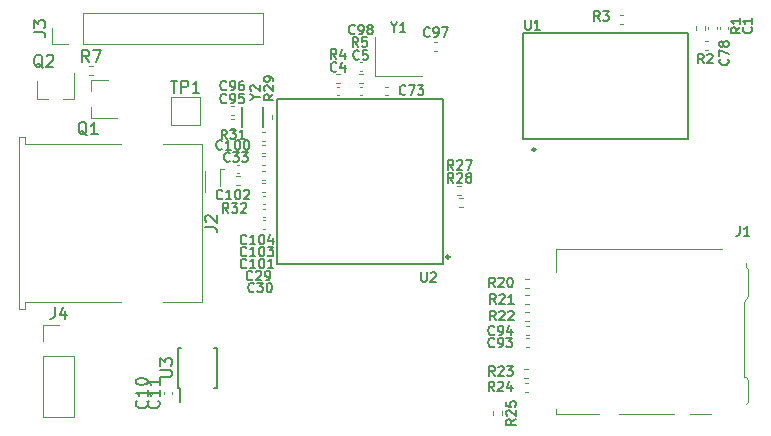
<source format=gbr>
%TF.GenerationSoftware,KiCad,Pcbnew,5.1.10-1.fc33*%
%TF.CreationDate,2021-08-29T12:40:12-07:00*%
%TF.ProjectId,hardware,68617264-7761-4726-952e-6b696361645f,rev?*%
%TF.SameCoordinates,Original*%
%TF.FileFunction,Legend,Top*%
%TF.FilePolarity,Positive*%
%FSLAX46Y46*%
G04 Gerber Fmt 4.6, Leading zero omitted, Abs format (unit mm)*
G04 Created by KiCad (PCBNEW 5.1.10-1.fc33) date 2021-08-29 12:40:12*
%MOMM*%
%LPD*%
G01*
G04 APERTURE LIST*
%ADD10C,0.120000*%
%ADD11C,0.150000*%
%ADD12C,0.250000*%
G04 APERTURE END LIST*
D10*
X102870000Y-107950000D02*
X102870000Y-109347000D01*
X103251000Y-107950000D02*
X102870000Y-107950000D01*
%TO.C,Q2*%
X87420000Y-101960000D02*
X87420000Y-100500000D01*
X90580000Y-101960000D02*
X90580000Y-99800000D01*
X90580000Y-101960000D02*
X89650000Y-101960000D01*
X87420000Y-101960000D02*
X88350000Y-101960000D01*
%TO.C,J2*%
X86420000Y-105840000D02*
X94530000Y-105840000D01*
X86420000Y-105840000D02*
X86420000Y-105190000D01*
X101380000Y-105840000D02*
X101380000Y-119160000D01*
X101380000Y-105840000D02*
X98050000Y-105840000D01*
X101380000Y-119160000D02*
X98050000Y-119160000D01*
X85900000Y-119810000D02*
X86420000Y-119810000D01*
X85900000Y-105190000D02*
X85900000Y-119810000D01*
X94530000Y-119160000D02*
X86420000Y-119160000D01*
X86420000Y-105190000D02*
X85900000Y-105190000D01*
X86420000Y-119810000D02*
X86420000Y-119160000D01*
X101600000Y-108100000D02*
X101600000Y-109900000D01*
%TO.C,Q1*%
X91990000Y-100420000D02*
X91990000Y-101350000D01*
X91990000Y-103580000D02*
X91990000Y-102650000D01*
X91990000Y-103580000D02*
X94150000Y-103580000D01*
X91990000Y-100420000D02*
X93450000Y-100420000D01*
%TO.C,J4*%
X87920000Y-128910000D02*
X90580000Y-128910000D01*
X87920000Y-123770000D02*
X87920000Y-128910000D01*
X90580000Y-123770000D02*
X90580000Y-128910000D01*
X87920000Y-123770000D02*
X90580000Y-123770000D01*
X87920000Y-122500000D02*
X87920000Y-121170000D01*
X87920000Y-121170000D02*
X89250000Y-121170000D01*
%TO.C,R25*%
X126780000Y-128446359D02*
X126780000Y-128753641D01*
X126020000Y-128446359D02*
X126020000Y-128753641D01*
%TO.C,R21*%
X128753259Y-118620000D02*
X129060541Y-118620000D01*
X128753259Y-119380000D02*
X129060541Y-119380000D01*
%TO.C,TP1*%
X98800000Y-104200000D02*
X98800000Y-101800000D01*
X101200000Y-104200000D02*
X98800000Y-104200000D01*
X101200000Y-101800000D02*
X101200000Y-104200000D01*
X98800000Y-101800000D02*
X101200000Y-101800000D01*
%TO.C,R7*%
X92153641Y-99220000D02*
X91846359Y-99220000D01*
X92153641Y-99980000D02*
X91846359Y-99980000D01*
%TO.C,J3*%
X106570000Y-97330000D02*
X106570000Y-94670000D01*
X91270000Y-97330000D02*
X106570000Y-97330000D01*
X91270000Y-94670000D02*
X106570000Y-94670000D01*
X91270000Y-97330000D02*
X91270000Y-94670000D01*
X90000000Y-97330000D02*
X88670000Y-97330000D01*
X88670000Y-97330000D02*
X88670000Y-96000000D01*
%TO.C,C11*%
X98860000Y-127007836D02*
X98860000Y-126792164D01*
X98140000Y-127007836D02*
X98140000Y-126792164D01*
%TO.C,C10*%
X97860000Y-127007836D02*
X97860000Y-126792164D01*
X97140000Y-127007836D02*
X97140000Y-126792164D01*
D11*
%TO.C,U3*%
X99550000Y-126425000D02*
X99550000Y-127650000D01*
X102675000Y-126425000D02*
X102675000Y-123075000D01*
X99325000Y-126425000D02*
X99325000Y-123075000D01*
X102675000Y-126425000D02*
X102375000Y-126425000D01*
X102675000Y-123075000D02*
X102375000Y-123075000D01*
X99325000Y-123075000D02*
X99625000Y-123075000D01*
X99325000Y-126425000D02*
X99550000Y-126425000D01*
D10*
%TO.C,R27*%
X123137959Y-110364000D02*
X123445241Y-110364000D01*
X123137959Y-111124000D02*
X123445241Y-111124000D01*
D11*
%TO.C,U2*%
X121757200Y-101966000D02*
X121757200Y-115966000D01*
X121757200Y-115966000D02*
X107757200Y-115966000D01*
X107757200Y-115966000D02*
X107757200Y-101966000D01*
X107757200Y-101966000D02*
X121757200Y-101966000D01*
D12*
X122332200Y-115366000D02*
G75*
G03*
X122332200Y-115366000I-125000J0D01*
G01*
%TO.C,U1*%
X129603200Y-106263200D02*
G75*
G03*
X129603200Y-106263200I-125000J0D01*
G01*
D11*
X142553200Y-96363200D02*
X142553200Y-105363200D01*
X128553200Y-96363200D02*
X142553200Y-96363200D01*
X128553200Y-105363200D02*
X128553200Y-96363200D01*
X142553200Y-105363200D02*
X128553200Y-105363200D01*
D10*
%TO.C,R28*%
X122985559Y-109348000D02*
X123292841Y-109348000D01*
X122985559Y-110108000D02*
X123292841Y-110108000D01*
%TO.C,C104*%
X106711636Y-108123400D02*
X106495964Y-108123400D01*
X106711636Y-108843400D02*
X106495964Y-108843400D01*
%TO.C,C103*%
X106711636Y-109114000D02*
X106495964Y-109114000D01*
X106711636Y-109834000D02*
X106495964Y-109834000D01*
%TO.C,C102*%
X104550096Y-107567140D02*
X104334424Y-107567140D01*
X104550096Y-108287140D02*
X104334424Y-108287140D01*
%TO.C,C101*%
X106737036Y-110180800D02*
X106521364Y-110180800D01*
X106737036Y-110900800D02*
X106521364Y-110900800D01*
%TO.C,C100*%
X106470564Y-106577720D02*
X106686236Y-106577720D01*
X106470564Y-105857720D02*
X106686236Y-105857720D01*
%TO.C,C98*%
X114946316Y-98887960D02*
X114730644Y-98887960D01*
X114946316Y-99607960D02*
X114730644Y-99607960D01*
%TO.C,C97*%
X121057844Y-97890920D02*
X121273516Y-97890920D01*
X121057844Y-97170920D02*
X121273516Y-97170920D01*
%TO.C,C96*%
X103869604Y-103321440D02*
X104085276Y-103321440D01*
X103869604Y-102601440D02*
X104085276Y-102601440D01*
%TO.C,C95*%
X103869604Y-104423800D02*
X104085276Y-104423800D01*
X103869604Y-103703800D02*
X104085276Y-103703800D01*
%TO.C,C94*%
X129045216Y-121236060D02*
X128829544Y-121236060D01*
X129045216Y-121956060D02*
X128829544Y-121956060D01*
%TO.C,C93*%
X129045216Y-122231740D02*
X128829544Y-122231740D01*
X129045216Y-122951740D02*
X128829544Y-122951740D01*
%TO.C,C78*%
X145240000Y-95892164D02*
X145240000Y-96107836D01*
X145960000Y-95892164D02*
X145960000Y-96107836D01*
%TO.C,C73*%
X117125636Y-100935200D02*
X116909964Y-100935200D01*
X117125636Y-101655200D02*
X116909964Y-101655200D01*
%TO.C,C33*%
X106686236Y-106853400D02*
X106470564Y-106853400D01*
X106686236Y-107573400D02*
X106470564Y-107573400D01*
%TO.C,C30*%
X106737036Y-112263600D02*
X106521364Y-112263600D01*
X106737036Y-112983600D02*
X106521364Y-112983600D01*
%TO.C,C29*%
X106737036Y-111273000D02*
X106521364Y-111273000D01*
X106737036Y-111993000D02*
X106521364Y-111993000D01*
%TO.C,C5*%
X114725564Y-101655200D02*
X114941236Y-101655200D01*
X114725564Y-100935200D02*
X114941236Y-100935200D01*
%TO.C,C4*%
X112782464Y-101655200D02*
X112998136Y-101655200D01*
X112782464Y-100935200D02*
X112998136Y-100935200D01*
%TO.C,C1*%
X144240000Y-95892164D02*
X144240000Y-96107836D01*
X144960000Y-95892164D02*
X144960000Y-96107836D01*
D11*
%TO.C,Y2*%
X106540840Y-104360160D02*
X106540840Y-102660160D01*
X104740840Y-104360160D02*
X104740840Y-102660160D01*
D10*
%TO.C,R32*%
X104265759Y-109295200D02*
X104573041Y-109295200D01*
X104265759Y-108535200D02*
X104573041Y-108535200D01*
%TO.C,R31*%
X106744741Y-104763300D02*
X106437459Y-104763300D01*
X106744741Y-105523300D02*
X106437459Y-105523300D01*
%TO.C,R29*%
X107308920Y-103658641D02*
X107308920Y-103351359D01*
X106548920Y-103658641D02*
X106548920Y-103351359D01*
%TO.C,Y1*%
X116033800Y-96749600D02*
X116033800Y-100049600D01*
X116033800Y-100049600D02*
X120033800Y-100049600D01*
%TO.C,R24*%
X128702459Y-126020000D02*
X129009741Y-126020000D01*
X128702459Y-126780000D02*
X129009741Y-126780000D01*
%TO.C,R23*%
X128689759Y-124820000D02*
X128997041Y-124820000D01*
X128689759Y-125580000D02*
X128997041Y-125580000D01*
%TO.C,R22*%
X128765959Y-120020000D02*
X129073241Y-120020000D01*
X128765959Y-120780000D02*
X129073241Y-120780000D01*
%TO.C,R20*%
X128753259Y-117220000D02*
X129060541Y-117220000D01*
X128753259Y-117980000D02*
X129060541Y-117980000D01*
%TO.C,J1*%
X147635000Y-118685600D02*
X147285000Y-119195600D01*
X147435000Y-116175600D02*
X147435000Y-115915600D01*
X147635000Y-116375600D02*
X147435000Y-116175600D01*
X147635000Y-125775600D02*
X147435000Y-125565600D01*
X147285000Y-125565600D02*
X147435000Y-125565600D01*
X147285000Y-125565600D02*
X147285000Y-119195600D01*
X142675000Y-128665600D02*
X144475000Y-128665600D01*
X136675000Y-128665600D02*
X141375000Y-128665600D01*
X147635000Y-127635600D02*
X147435000Y-127835600D01*
X147635000Y-127635600D02*
X147635000Y-125775600D01*
X147635000Y-116375600D02*
X147635000Y-118685600D01*
X131365000Y-128665600D02*
X134975000Y-128665600D01*
X131365000Y-128215600D02*
X131365000Y-128665600D01*
X131365000Y-114695600D02*
X145375000Y-114695600D01*
X131365000Y-116615600D02*
X131365000Y-114695600D01*
%TO.C,R5*%
X114679759Y-99899200D02*
X114987041Y-99899200D01*
X114679759Y-100659200D02*
X114987041Y-100659200D01*
%TO.C,R4*%
X112739839Y-99897840D02*
X113047121Y-99897840D01*
X112739839Y-100657840D02*
X113047121Y-100657840D01*
%TO.C,R3*%
X136746359Y-94920000D02*
X137053641Y-94920000D01*
X136746359Y-95680000D02*
X137053641Y-95680000D01*
%TO.C,R2*%
X143946359Y-97880000D02*
X144253641Y-97880000D01*
X143946359Y-97120000D02*
X144253641Y-97120000D01*
%TO.C,R1*%
X143220000Y-95846359D02*
X143220000Y-96153641D01*
X143980000Y-95846359D02*
X143980000Y-96153641D01*
%TO.C,Q2*%
D11*
X87904761Y-99347619D02*
X87809523Y-99300000D01*
X87714285Y-99204761D01*
X87571428Y-99061904D01*
X87476190Y-99014285D01*
X87380952Y-99014285D01*
X87428571Y-99252380D02*
X87333333Y-99204761D01*
X87238095Y-99109523D01*
X87190476Y-98919047D01*
X87190476Y-98585714D01*
X87238095Y-98395238D01*
X87333333Y-98300000D01*
X87428571Y-98252380D01*
X87619047Y-98252380D01*
X87714285Y-98300000D01*
X87809523Y-98395238D01*
X87857142Y-98585714D01*
X87857142Y-98919047D01*
X87809523Y-99109523D01*
X87714285Y-99204761D01*
X87619047Y-99252380D01*
X87428571Y-99252380D01*
X88238095Y-98347619D02*
X88285714Y-98300000D01*
X88380952Y-98252380D01*
X88619047Y-98252380D01*
X88714285Y-98300000D01*
X88761904Y-98347619D01*
X88809523Y-98442857D01*
X88809523Y-98538095D01*
X88761904Y-98680952D01*
X88190476Y-99252380D01*
X88809523Y-99252380D01*
%TO.C,J2*%
X101642380Y-112833333D02*
X102356666Y-112833333D01*
X102499523Y-112880952D01*
X102594761Y-112976190D01*
X102642380Y-113119047D01*
X102642380Y-113214285D01*
X101737619Y-112404761D02*
X101690000Y-112357142D01*
X101642380Y-112261904D01*
X101642380Y-112023809D01*
X101690000Y-111928571D01*
X101737619Y-111880952D01*
X101832857Y-111833333D01*
X101928095Y-111833333D01*
X102070952Y-111880952D01*
X102642380Y-112452380D01*
X102642380Y-111833333D01*
%TO.C,Q1*%
X91654761Y-105047619D02*
X91559523Y-105000000D01*
X91464285Y-104904761D01*
X91321428Y-104761904D01*
X91226190Y-104714285D01*
X91130952Y-104714285D01*
X91178571Y-104952380D02*
X91083333Y-104904761D01*
X90988095Y-104809523D01*
X90940476Y-104619047D01*
X90940476Y-104285714D01*
X90988095Y-104095238D01*
X91083333Y-104000000D01*
X91178571Y-103952380D01*
X91369047Y-103952380D01*
X91464285Y-104000000D01*
X91559523Y-104095238D01*
X91607142Y-104285714D01*
X91607142Y-104619047D01*
X91559523Y-104809523D01*
X91464285Y-104904761D01*
X91369047Y-104952380D01*
X91178571Y-104952380D01*
X92559523Y-104952380D02*
X91988095Y-104952380D01*
X92273809Y-104952380D02*
X92273809Y-103952380D01*
X92178571Y-104095238D01*
X92083333Y-104190476D01*
X91988095Y-104238095D01*
%TO.C,J4*%
X88916666Y-119622380D02*
X88916666Y-120336666D01*
X88869047Y-120479523D01*
X88773809Y-120574761D01*
X88630952Y-120622380D01*
X88535714Y-120622380D01*
X89821428Y-119955714D02*
X89821428Y-120622380D01*
X89583333Y-119574761D02*
X89345238Y-120289047D01*
X89964285Y-120289047D01*
%TO.C,R25*%
X127961904Y-129114285D02*
X127580952Y-129380952D01*
X127961904Y-129571428D02*
X127161904Y-129571428D01*
X127161904Y-129266666D01*
X127200000Y-129190476D01*
X127238095Y-129152380D01*
X127314285Y-129114285D01*
X127428571Y-129114285D01*
X127504761Y-129152380D01*
X127542857Y-129190476D01*
X127580952Y-129266666D01*
X127580952Y-129571428D01*
X127238095Y-128809523D02*
X127200000Y-128771428D01*
X127161904Y-128695238D01*
X127161904Y-128504761D01*
X127200000Y-128428571D01*
X127238095Y-128390476D01*
X127314285Y-128352380D01*
X127390476Y-128352380D01*
X127504761Y-128390476D01*
X127961904Y-128847619D01*
X127961904Y-128352380D01*
X127161904Y-127628571D02*
X127161904Y-128009523D01*
X127542857Y-128047619D01*
X127504761Y-128009523D01*
X127466666Y-127933333D01*
X127466666Y-127742857D01*
X127504761Y-127666666D01*
X127542857Y-127628571D01*
X127619047Y-127590476D01*
X127809523Y-127590476D01*
X127885714Y-127628571D01*
X127923809Y-127666666D01*
X127961904Y-127742857D01*
X127961904Y-127933333D01*
X127923809Y-128009523D01*
X127885714Y-128047619D01*
%TO.C,R21*%
X126260834Y-119328884D02*
X125994167Y-118947932D01*
X125803691Y-119328884D02*
X125803691Y-118528884D01*
X126108453Y-118528884D01*
X126184643Y-118566980D01*
X126222739Y-118605075D01*
X126260834Y-118681265D01*
X126260834Y-118795551D01*
X126222739Y-118871741D01*
X126184643Y-118909837D01*
X126108453Y-118947932D01*
X125803691Y-118947932D01*
X126565596Y-118605075D02*
X126603691Y-118566980D01*
X126679881Y-118528884D01*
X126870358Y-118528884D01*
X126946548Y-118566980D01*
X126984643Y-118605075D01*
X127022739Y-118681265D01*
X127022739Y-118757456D01*
X126984643Y-118871741D01*
X126527500Y-119328884D01*
X127022739Y-119328884D01*
X127784643Y-119328884D02*
X127327500Y-119328884D01*
X127556072Y-119328884D02*
X127556072Y-118528884D01*
X127479881Y-118643170D01*
X127403691Y-118719360D01*
X127327500Y-118757456D01*
%TO.C,TP1*%
X98738095Y-100454380D02*
X99309523Y-100454380D01*
X99023809Y-101454380D02*
X99023809Y-100454380D01*
X99642857Y-101454380D02*
X99642857Y-100454380D01*
X100023809Y-100454380D01*
X100119047Y-100502000D01*
X100166666Y-100549619D01*
X100214285Y-100644857D01*
X100214285Y-100787714D01*
X100166666Y-100882952D01*
X100119047Y-100930571D01*
X100023809Y-100978190D01*
X99642857Y-100978190D01*
X101166666Y-101454380D02*
X100595238Y-101454380D01*
X100880952Y-101454380D02*
X100880952Y-100454380D01*
X100785714Y-100597238D01*
X100690476Y-100692476D01*
X100595238Y-100740095D01*
%TO.C,R7*%
X91833333Y-98852380D02*
X91500000Y-98376190D01*
X91261904Y-98852380D02*
X91261904Y-97852380D01*
X91642857Y-97852380D01*
X91738095Y-97900000D01*
X91785714Y-97947619D01*
X91833333Y-98042857D01*
X91833333Y-98185714D01*
X91785714Y-98280952D01*
X91738095Y-98328571D01*
X91642857Y-98376190D01*
X91261904Y-98376190D01*
X92166666Y-97852380D02*
X92833333Y-97852380D01*
X92404761Y-98852380D01*
%TO.C,J3*%
X87122380Y-96333333D02*
X87836666Y-96333333D01*
X87979523Y-96380952D01*
X88074761Y-96476190D01*
X88122380Y-96619047D01*
X88122380Y-96714285D01*
X87122380Y-95952380D02*
X87122380Y-95333333D01*
X87503333Y-95666666D01*
X87503333Y-95523809D01*
X87550952Y-95428571D01*
X87598571Y-95380952D01*
X87693809Y-95333333D01*
X87931904Y-95333333D01*
X88027142Y-95380952D01*
X88074761Y-95428571D01*
X88122380Y-95523809D01*
X88122380Y-95809523D01*
X88074761Y-95904761D01*
X88027142Y-95952380D01*
%TO.C,C11*%
X97697142Y-127542857D02*
X97744761Y-127590476D01*
X97792380Y-127733333D01*
X97792380Y-127828571D01*
X97744761Y-127971428D01*
X97649523Y-128066666D01*
X97554285Y-128114285D01*
X97363809Y-128161904D01*
X97220952Y-128161904D01*
X97030476Y-128114285D01*
X96935238Y-128066666D01*
X96840000Y-127971428D01*
X96792380Y-127828571D01*
X96792380Y-127733333D01*
X96840000Y-127590476D01*
X96887619Y-127542857D01*
X97792380Y-126590476D02*
X97792380Y-127161904D01*
X97792380Y-126876190D02*
X96792380Y-126876190D01*
X96935238Y-126971428D01*
X97030476Y-127066666D01*
X97078095Y-127161904D01*
X97792380Y-125638095D02*
X97792380Y-126209523D01*
X97792380Y-125923809D02*
X96792380Y-125923809D01*
X96935238Y-126019047D01*
X97030476Y-126114285D01*
X97078095Y-126209523D01*
%TO.C,C10*%
X96697142Y-127542857D02*
X96744761Y-127590476D01*
X96792380Y-127733333D01*
X96792380Y-127828571D01*
X96744761Y-127971428D01*
X96649523Y-128066666D01*
X96554285Y-128114285D01*
X96363809Y-128161904D01*
X96220952Y-128161904D01*
X96030476Y-128114285D01*
X95935238Y-128066666D01*
X95840000Y-127971428D01*
X95792380Y-127828571D01*
X95792380Y-127733333D01*
X95840000Y-127590476D01*
X95887619Y-127542857D01*
X96792380Y-126590476D02*
X96792380Y-127161904D01*
X96792380Y-126876190D02*
X95792380Y-126876190D01*
X95935238Y-126971428D01*
X96030476Y-127066666D01*
X96078095Y-127161904D01*
X95792380Y-125971428D02*
X95792380Y-125876190D01*
X95840000Y-125780952D01*
X95887619Y-125733333D01*
X95982857Y-125685714D01*
X96173333Y-125638095D01*
X96411428Y-125638095D01*
X96601904Y-125685714D01*
X96697142Y-125733333D01*
X96744761Y-125780952D01*
X96792380Y-125876190D01*
X96792380Y-125971428D01*
X96744761Y-126066666D01*
X96697142Y-126114285D01*
X96601904Y-126161904D01*
X96411428Y-126209523D01*
X96173333Y-126209523D01*
X95982857Y-126161904D01*
X95887619Y-126114285D01*
X95840000Y-126066666D01*
X95792380Y-125971428D01*
%TO.C,U3*%
X97852380Y-125511904D02*
X98661904Y-125511904D01*
X98757142Y-125464285D01*
X98804761Y-125416666D01*
X98852380Y-125321428D01*
X98852380Y-125130952D01*
X98804761Y-125035714D01*
X98757142Y-124988095D01*
X98661904Y-124940476D01*
X97852380Y-124940476D01*
X97852380Y-124559523D02*
X97852380Y-123940476D01*
X98233333Y-124273809D01*
X98233333Y-124130952D01*
X98280952Y-124035714D01*
X98328571Y-123988095D01*
X98423809Y-123940476D01*
X98661904Y-123940476D01*
X98757142Y-123988095D01*
X98804761Y-124035714D01*
X98852380Y-124130952D01*
X98852380Y-124416666D01*
X98804761Y-124511904D01*
X98757142Y-124559523D01*
%TO.C,R27*%
X122675714Y-107994404D02*
X122409047Y-107613452D01*
X122218571Y-107994404D02*
X122218571Y-107194404D01*
X122523333Y-107194404D01*
X122599523Y-107232500D01*
X122637619Y-107270595D01*
X122675714Y-107346785D01*
X122675714Y-107461071D01*
X122637619Y-107537261D01*
X122599523Y-107575357D01*
X122523333Y-107613452D01*
X122218571Y-107613452D01*
X122980476Y-107270595D02*
X123018571Y-107232500D01*
X123094761Y-107194404D01*
X123285238Y-107194404D01*
X123361428Y-107232500D01*
X123399523Y-107270595D01*
X123437619Y-107346785D01*
X123437619Y-107422976D01*
X123399523Y-107537261D01*
X122942380Y-107994404D01*
X123437619Y-107994404D01*
X123704285Y-107194404D02*
X124237619Y-107194404D01*
X123894761Y-107994404D01*
%TO.C,U2*%
X119950176Y-116677904D02*
X119950176Y-117325523D01*
X119988271Y-117401714D01*
X120026366Y-117439809D01*
X120102557Y-117477904D01*
X120254938Y-117477904D01*
X120331128Y-117439809D01*
X120369223Y-117401714D01*
X120407319Y-117325523D01*
X120407319Y-116677904D01*
X120750176Y-116754095D02*
X120788271Y-116716000D01*
X120864461Y-116677904D01*
X121054938Y-116677904D01*
X121131128Y-116716000D01*
X121169223Y-116754095D01*
X121207319Y-116830285D01*
X121207319Y-116906476D01*
X121169223Y-117020761D01*
X120712080Y-117477904D01*
X121207319Y-117477904D01*
%TO.C,U1*%
X128742976Y-95311904D02*
X128742976Y-95959523D01*
X128781071Y-96035714D01*
X128819166Y-96073809D01*
X128895357Y-96111904D01*
X129047738Y-96111904D01*
X129123928Y-96073809D01*
X129162023Y-96035714D01*
X129200119Y-95959523D01*
X129200119Y-95311904D01*
X130000119Y-96111904D02*
X129542976Y-96111904D01*
X129771547Y-96111904D02*
X129771547Y-95311904D01*
X129695357Y-95426190D01*
X129619166Y-95502380D01*
X129542976Y-95540476D01*
%TO.C,R28*%
X122675714Y-109073904D02*
X122409047Y-108692952D01*
X122218571Y-109073904D02*
X122218571Y-108273904D01*
X122523333Y-108273904D01*
X122599523Y-108312000D01*
X122637619Y-108350095D01*
X122675714Y-108426285D01*
X122675714Y-108540571D01*
X122637619Y-108616761D01*
X122599523Y-108654857D01*
X122523333Y-108692952D01*
X122218571Y-108692952D01*
X122980476Y-108350095D02*
X123018571Y-108312000D01*
X123094761Y-108273904D01*
X123285238Y-108273904D01*
X123361428Y-108312000D01*
X123399523Y-108350095D01*
X123437619Y-108426285D01*
X123437619Y-108502476D01*
X123399523Y-108616761D01*
X122942380Y-109073904D01*
X123437619Y-109073904D01*
X123894761Y-108616761D02*
X123818571Y-108578666D01*
X123780476Y-108540571D01*
X123742380Y-108464380D01*
X123742380Y-108426285D01*
X123780476Y-108350095D01*
X123818571Y-108312000D01*
X123894761Y-108273904D01*
X124047142Y-108273904D01*
X124123333Y-108312000D01*
X124161428Y-108350095D01*
X124199523Y-108426285D01*
X124199523Y-108464380D01*
X124161428Y-108540571D01*
X124123333Y-108578666D01*
X124047142Y-108616761D01*
X123894761Y-108616761D01*
X123818571Y-108654857D01*
X123780476Y-108692952D01*
X123742380Y-108769142D01*
X123742380Y-108921523D01*
X123780476Y-108997714D01*
X123818571Y-109035809D01*
X123894761Y-109073904D01*
X124047142Y-109073904D01*
X124123333Y-109035809D01*
X124161428Y-108997714D01*
X124199523Y-108921523D01*
X124199523Y-108769142D01*
X124161428Y-108692952D01*
X124123333Y-108654857D01*
X124047142Y-108616761D01*
%TO.C,C104*%
X105149761Y-114204714D02*
X105111666Y-114242809D01*
X104997380Y-114280904D01*
X104921190Y-114280904D01*
X104806904Y-114242809D01*
X104730714Y-114166619D01*
X104692619Y-114090428D01*
X104654523Y-113938047D01*
X104654523Y-113823761D01*
X104692619Y-113671380D01*
X104730714Y-113595190D01*
X104806904Y-113519000D01*
X104921190Y-113480904D01*
X104997380Y-113480904D01*
X105111666Y-113519000D01*
X105149761Y-113557095D01*
X105911666Y-114280904D02*
X105454523Y-114280904D01*
X105683095Y-114280904D02*
X105683095Y-113480904D01*
X105606904Y-113595190D01*
X105530714Y-113671380D01*
X105454523Y-113709476D01*
X106406904Y-113480904D02*
X106483095Y-113480904D01*
X106559285Y-113519000D01*
X106597380Y-113557095D01*
X106635476Y-113633285D01*
X106673571Y-113785666D01*
X106673571Y-113976142D01*
X106635476Y-114128523D01*
X106597380Y-114204714D01*
X106559285Y-114242809D01*
X106483095Y-114280904D01*
X106406904Y-114280904D01*
X106330714Y-114242809D01*
X106292619Y-114204714D01*
X106254523Y-114128523D01*
X106216428Y-113976142D01*
X106216428Y-113785666D01*
X106254523Y-113633285D01*
X106292619Y-113557095D01*
X106330714Y-113519000D01*
X106406904Y-113480904D01*
X107359285Y-113747571D02*
X107359285Y-114280904D01*
X107168809Y-113442809D02*
X106978333Y-114014238D01*
X107473571Y-114014238D01*
%TO.C,C103*%
X105149761Y-115220714D02*
X105111666Y-115258809D01*
X104997380Y-115296904D01*
X104921190Y-115296904D01*
X104806904Y-115258809D01*
X104730714Y-115182619D01*
X104692619Y-115106428D01*
X104654523Y-114954047D01*
X104654523Y-114839761D01*
X104692619Y-114687380D01*
X104730714Y-114611190D01*
X104806904Y-114535000D01*
X104921190Y-114496904D01*
X104997380Y-114496904D01*
X105111666Y-114535000D01*
X105149761Y-114573095D01*
X105911666Y-115296904D02*
X105454523Y-115296904D01*
X105683095Y-115296904D02*
X105683095Y-114496904D01*
X105606904Y-114611190D01*
X105530714Y-114687380D01*
X105454523Y-114725476D01*
X106406904Y-114496904D02*
X106483095Y-114496904D01*
X106559285Y-114535000D01*
X106597380Y-114573095D01*
X106635476Y-114649285D01*
X106673571Y-114801666D01*
X106673571Y-114992142D01*
X106635476Y-115144523D01*
X106597380Y-115220714D01*
X106559285Y-115258809D01*
X106483095Y-115296904D01*
X106406904Y-115296904D01*
X106330714Y-115258809D01*
X106292619Y-115220714D01*
X106254523Y-115144523D01*
X106216428Y-114992142D01*
X106216428Y-114801666D01*
X106254523Y-114649285D01*
X106292619Y-114573095D01*
X106330714Y-114535000D01*
X106406904Y-114496904D01*
X106940238Y-114496904D02*
X107435476Y-114496904D01*
X107168809Y-114801666D01*
X107283095Y-114801666D01*
X107359285Y-114839761D01*
X107397380Y-114877857D01*
X107435476Y-114954047D01*
X107435476Y-115144523D01*
X107397380Y-115220714D01*
X107359285Y-115258809D01*
X107283095Y-115296904D01*
X107054523Y-115296904D01*
X106978333Y-115258809D01*
X106940238Y-115220714D01*
%TO.C,C102*%
X103117761Y-110394714D02*
X103079666Y-110432809D01*
X102965380Y-110470904D01*
X102889190Y-110470904D01*
X102774904Y-110432809D01*
X102698714Y-110356619D01*
X102660619Y-110280428D01*
X102622523Y-110128047D01*
X102622523Y-110013761D01*
X102660619Y-109861380D01*
X102698714Y-109785190D01*
X102774904Y-109709000D01*
X102889190Y-109670904D01*
X102965380Y-109670904D01*
X103079666Y-109709000D01*
X103117761Y-109747095D01*
X103879666Y-110470904D02*
X103422523Y-110470904D01*
X103651095Y-110470904D02*
X103651095Y-109670904D01*
X103574904Y-109785190D01*
X103498714Y-109861380D01*
X103422523Y-109899476D01*
X104374904Y-109670904D02*
X104451095Y-109670904D01*
X104527285Y-109709000D01*
X104565380Y-109747095D01*
X104603476Y-109823285D01*
X104641571Y-109975666D01*
X104641571Y-110166142D01*
X104603476Y-110318523D01*
X104565380Y-110394714D01*
X104527285Y-110432809D01*
X104451095Y-110470904D01*
X104374904Y-110470904D01*
X104298714Y-110432809D01*
X104260619Y-110394714D01*
X104222523Y-110318523D01*
X104184428Y-110166142D01*
X104184428Y-109975666D01*
X104222523Y-109823285D01*
X104260619Y-109747095D01*
X104298714Y-109709000D01*
X104374904Y-109670904D01*
X104946333Y-109747095D02*
X104984428Y-109709000D01*
X105060619Y-109670904D01*
X105251095Y-109670904D01*
X105327285Y-109709000D01*
X105365380Y-109747095D01*
X105403476Y-109823285D01*
X105403476Y-109899476D01*
X105365380Y-110013761D01*
X104908238Y-110470904D01*
X105403476Y-110470904D01*
%TO.C,C101*%
X105149761Y-116236714D02*
X105111666Y-116274809D01*
X104997380Y-116312904D01*
X104921190Y-116312904D01*
X104806904Y-116274809D01*
X104730714Y-116198619D01*
X104692619Y-116122428D01*
X104654523Y-115970047D01*
X104654523Y-115855761D01*
X104692619Y-115703380D01*
X104730714Y-115627190D01*
X104806904Y-115551000D01*
X104921190Y-115512904D01*
X104997380Y-115512904D01*
X105111666Y-115551000D01*
X105149761Y-115589095D01*
X105911666Y-116312904D02*
X105454523Y-116312904D01*
X105683095Y-116312904D02*
X105683095Y-115512904D01*
X105606904Y-115627190D01*
X105530714Y-115703380D01*
X105454523Y-115741476D01*
X106406904Y-115512904D02*
X106483095Y-115512904D01*
X106559285Y-115551000D01*
X106597380Y-115589095D01*
X106635476Y-115665285D01*
X106673571Y-115817666D01*
X106673571Y-116008142D01*
X106635476Y-116160523D01*
X106597380Y-116236714D01*
X106559285Y-116274809D01*
X106483095Y-116312904D01*
X106406904Y-116312904D01*
X106330714Y-116274809D01*
X106292619Y-116236714D01*
X106254523Y-116160523D01*
X106216428Y-116008142D01*
X106216428Y-115817666D01*
X106254523Y-115665285D01*
X106292619Y-115589095D01*
X106330714Y-115551000D01*
X106406904Y-115512904D01*
X107435476Y-116312904D02*
X106978333Y-116312904D01*
X107206904Y-116312904D02*
X107206904Y-115512904D01*
X107130714Y-115627190D01*
X107054523Y-115703380D01*
X106978333Y-115741476D01*
%TO.C,C100*%
X103087281Y-106203714D02*
X103049186Y-106241809D01*
X102934900Y-106279904D01*
X102858710Y-106279904D01*
X102744424Y-106241809D01*
X102668234Y-106165619D01*
X102630139Y-106089428D01*
X102592043Y-105937047D01*
X102592043Y-105822761D01*
X102630139Y-105670380D01*
X102668234Y-105594190D01*
X102744424Y-105518000D01*
X102858710Y-105479904D01*
X102934900Y-105479904D01*
X103049186Y-105518000D01*
X103087281Y-105556095D01*
X103849186Y-106279904D02*
X103392043Y-106279904D01*
X103620615Y-106279904D02*
X103620615Y-105479904D01*
X103544424Y-105594190D01*
X103468234Y-105670380D01*
X103392043Y-105708476D01*
X104344424Y-105479904D02*
X104420615Y-105479904D01*
X104496805Y-105518000D01*
X104534900Y-105556095D01*
X104572996Y-105632285D01*
X104611091Y-105784666D01*
X104611091Y-105975142D01*
X104572996Y-106127523D01*
X104534900Y-106203714D01*
X104496805Y-106241809D01*
X104420615Y-106279904D01*
X104344424Y-106279904D01*
X104268234Y-106241809D01*
X104230139Y-106203714D01*
X104192043Y-106127523D01*
X104153948Y-105975142D01*
X104153948Y-105784666D01*
X104192043Y-105632285D01*
X104230139Y-105556095D01*
X104268234Y-105518000D01*
X104344424Y-105479904D01*
X105106329Y-105479904D02*
X105182520Y-105479904D01*
X105258710Y-105518000D01*
X105296805Y-105556095D01*
X105334900Y-105632285D01*
X105372996Y-105784666D01*
X105372996Y-105975142D01*
X105334900Y-106127523D01*
X105296805Y-106203714D01*
X105258710Y-106241809D01*
X105182520Y-106279904D01*
X105106329Y-106279904D01*
X105030139Y-106241809D01*
X104992043Y-106203714D01*
X104953948Y-106127523D01*
X104915853Y-105975142D01*
X104915853Y-105784666D01*
X104953948Y-105632285D01*
X104992043Y-105556095D01*
X105030139Y-105518000D01*
X105106329Y-105479904D01*
%TO.C,C98*%
X114324194Y-96424714D02*
X114286099Y-96462809D01*
X114171813Y-96500904D01*
X114095622Y-96500904D01*
X113981337Y-96462809D01*
X113905146Y-96386619D01*
X113867051Y-96310428D01*
X113828956Y-96158047D01*
X113828956Y-96043761D01*
X113867051Y-95891380D01*
X113905146Y-95815190D01*
X113981337Y-95739000D01*
X114095622Y-95700904D01*
X114171813Y-95700904D01*
X114286099Y-95739000D01*
X114324194Y-95777095D01*
X114705146Y-96500904D02*
X114857527Y-96500904D01*
X114933718Y-96462809D01*
X114971813Y-96424714D01*
X115048003Y-96310428D01*
X115086099Y-96158047D01*
X115086099Y-95853285D01*
X115048003Y-95777095D01*
X115009908Y-95739000D01*
X114933718Y-95700904D01*
X114781337Y-95700904D01*
X114705146Y-95739000D01*
X114667051Y-95777095D01*
X114628956Y-95853285D01*
X114628956Y-96043761D01*
X114667051Y-96119952D01*
X114705146Y-96158047D01*
X114781337Y-96196142D01*
X114933718Y-96196142D01*
X115009908Y-96158047D01*
X115048003Y-96119952D01*
X115086099Y-96043761D01*
X115543241Y-96043761D02*
X115467051Y-96005666D01*
X115428956Y-95967571D01*
X115390860Y-95891380D01*
X115390860Y-95853285D01*
X115428956Y-95777095D01*
X115467051Y-95739000D01*
X115543241Y-95700904D01*
X115695622Y-95700904D01*
X115771813Y-95739000D01*
X115809908Y-95777095D01*
X115848003Y-95853285D01*
X115848003Y-95891380D01*
X115809908Y-95967571D01*
X115771813Y-96005666D01*
X115695622Y-96043761D01*
X115543241Y-96043761D01*
X115467051Y-96081857D01*
X115428956Y-96119952D01*
X115390860Y-96196142D01*
X115390860Y-96348523D01*
X115428956Y-96424714D01*
X115467051Y-96462809D01*
X115543241Y-96500904D01*
X115695622Y-96500904D01*
X115771813Y-96462809D01*
X115809908Y-96424714D01*
X115848003Y-96348523D01*
X115848003Y-96196142D01*
X115809908Y-96119952D01*
X115771813Y-96081857D01*
X115695622Y-96043761D01*
%TO.C,C97*%
X120651394Y-96656634D02*
X120613299Y-96694729D01*
X120499013Y-96732824D01*
X120422822Y-96732824D01*
X120308537Y-96694729D01*
X120232346Y-96618539D01*
X120194251Y-96542348D01*
X120156156Y-96389967D01*
X120156156Y-96275681D01*
X120194251Y-96123300D01*
X120232346Y-96047110D01*
X120308537Y-95970920D01*
X120422822Y-95932824D01*
X120499013Y-95932824D01*
X120613299Y-95970920D01*
X120651394Y-96009015D01*
X121032346Y-96732824D02*
X121184727Y-96732824D01*
X121260918Y-96694729D01*
X121299013Y-96656634D01*
X121375203Y-96542348D01*
X121413299Y-96389967D01*
X121413299Y-96085205D01*
X121375203Y-96009015D01*
X121337108Y-95970920D01*
X121260918Y-95932824D01*
X121108537Y-95932824D01*
X121032346Y-95970920D01*
X120994251Y-96009015D01*
X120956156Y-96085205D01*
X120956156Y-96275681D01*
X120994251Y-96351872D01*
X121032346Y-96389967D01*
X121108537Y-96428062D01*
X121260918Y-96428062D01*
X121337108Y-96389967D01*
X121375203Y-96351872D01*
X121413299Y-96275681D01*
X121679965Y-95932824D02*
X122213299Y-95932824D01*
X121870441Y-96732824D01*
%TO.C,C96*%
X103435214Y-101187214D02*
X103397119Y-101225309D01*
X103282833Y-101263404D01*
X103206642Y-101263404D01*
X103092357Y-101225309D01*
X103016166Y-101149119D01*
X102978071Y-101072928D01*
X102939976Y-100920547D01*
X102939976Y-100806261D01*
X102978071Y-100653880D01*
X103016166Y-100577690D01*
X103092357Y-100501500D01*
X103206642Y-100463404D01*
X103282833Y-100463404D01*
X103397119Y-100501500D01*
X103435214Y-100539595D01*
X103816166Y-101263404D02*
X103968547Y-101263404D01*
X104044738Y-101225309D01*
X104082833Y-101187214D01*
X104159023Y-101072928D01*
X104197119Y-100920547D01*
X104197119Y-100615785D01*
X104159023Y-100539595D01*
X104120928Y-100501500D01*
X104044738Y-100463404D01*
X103892357Y-100463404D01*
X103816166Y-100501500D01*
X103778071Y-100539595D01*
X103739976Y-100615785D01*
X103739976Y-100806261D01*
X103778071Y-100882452D01*
X103816166Y-100920547D01*
X103892357Y-100958642D01*
X104044738Y-100958642D01*
X104120928Y-100920547D01*
X104159023Y-100882452D01*
X104197119Y-100806261D01*
X104882833Y-100463404D02*
X104730452Y-100463404D01*
X104654261Y-100501500D01*
X104616166Y-100539595D01*
X104539976Y-100653880D01*
X104501880Y-100806261D01*
X104501880Y-101111023D01*
X104539976Y-101187214D01*
X104578071Y-101225309D01*
X104654261Y-101263404D01*
X104806642Y-101263404D01*
X104882833Y-101225309D01*
X104920928Y-101187214D01*
X104959023Y-101111023D01*
X104959023Y-100920547D01*
X104920928Y-100844357D01*
X104882833Y-100806261D01*
X104806642Y-100768166D01*
X104654261Y-100768166D01*
X104578071Y-100806261D01*
X104539976Y-100844357D01*
X104501880Y-100920547D01*
%TO.C,C95*%
X103435214Y-102266714D02*
X103397119Y-102304809D01*
X103282833Y-102342904D01*
X103206642Y-102342904D01*
X103092357Y-102304809D01*
X103016166Y-102228619D01*
X102978071Y-102152428D01*
X102939976Y-102000047D01*
X102939976Y-101885761D01*
X102978071Y-101733380D01*
X103016166Y-101657190D01*
X103092357Y-101581000D01*
X103206642Y-101542904D01*
X103282833Y-101542904D01*
X103397119Y-101581000D01*
X103435214Y-101619095D01*
X103816166Y-102342904D02*
X103968547Y-102342904D01*
X104044738Y-102304809D01*
X104082833Y-102266714D01*
X104159023Y-102152428D01*
X104197119Y-102000047D01*
X104197119Y-101695285D01*
X104159023Y-101619095D01*
X104120928Y-101581000D01*
X104044738Y-101542904D01*
X103892357Y-101542904D01*
X103816166Y-101581000D01*
X103778071Y-101619095D01*
X103739976Y-101695285D01*
X103739976Y-101885761D01*
X103778071Y-101961952D01*
X103816166Y-102000047D01*
X103892357Y-102038142D01*
X104044738Y-102038142D01*
X104120928Y-102000047D01*
X104159023Y-101961952D01*
X104197119Y-101885761D01*
X104920928Y-101542904D02*
X104539976Y-101542904D01*
X104501880Y-101923857D01*
X104539976Y-101885761D01*
X104616166Y-101847666D01*
X104806642Y-101847666D01*
X104882833Y-101885761D01*
X104920928Y-101923857D01*
X104959023Y-102000047D01*
X104959023Y-102190523D01*
X104920928Y-102266714D01*
X104882833Y-102304809D01*
X104806642Y-102342904D01*
X104616166Y-102342904D01*
X104539976Y-102304809D01*
X104501880Y-102266714D01*
%TO.C,C94*%
X126126214Y-121909714D02*
X126088119Y-121947809D01*
X125973833Y-121985904D01*
X125897642Y-121985904D01*
X125783357Y-121947809D01*
X125707166Y-121871619D01*
X125669071Y-121795428D01*
X125630976Y-121643047D01*
X125630976Y-121528761D01*
X125669071Y-121376380D01*
X125707166Y-121300190D01*
X125783357Y-121224000D01*
X125897642Y-121185904D01*
X125973833Y-121185904D01*
X126088119Y-121224000D01*
X126126214Y-121262095D01*
X126507166Y-121985904D02*
X126659547Y-121985904D01*
X126735738Y-121947809D01*
X126773833Y-121909714D01*
X126850023Y-121795428D01*
X126888119Y-121643047D01*
X126888119Y-121338285D01*
X126850023Y-121262095D01*
X126811928Y-121224000D01*
X126735738Y-121185904D01*
X126583357Y-121185904D01*
X126507166Y-121224000D01*
X126469071Y-121262095D01*
X126430976Y-121338285D01*
X126430976Y-121528761D01*
X126469071Y-121604952D01*
X126507166Y-121643047D01*
X126583357Y-121681142D01*
X126735738Y-121681142D01*
X126811928Y-121643047D01*
X126850023Y-121604952D01*
X126888119Y-121528761D01*
X127573833Y-121452571D02*
X127573833Y-121985904D01*
X127383357Y-121147809D02*
X127192880Y-121719238D01*
X127688119Y-121719238D01*
%TO.C,C93*%
X126126214Y-122925714D02*
X126088119Y-122963809D01*
X125973833Y-123001904D01*
X125897642Y-123001904D01*
X125783357Y-122963809D01*
X125707166Y-122887619D01*
X125669071Y-122811428D01*
X125630976Y-122659047D01*
X125630976Y-122544761D01*
X125669071Y-122392380D01*
X125707166Y-122316190D01*
X125783357Y-122240000D01*
X125897642Y-122201904D01*
X125973833Y-122201904D01*
X126088119Y-122240000D01*
X126126214Y-122278095D01*
X126507166Y-123001904D02*
X126659547Y-123001904D01*
X126735738Y-122963809D01*
X126773833Y-122925714D01*
X126850023Y-122811428D01*
X126888119Y-122659047D01*
X126888119Y-122354285D01*
X126850023Y-122278095D01*
X126811928Y-122240000D01*
X126735738Y-122201904D01*
X126583357Y-122201904D01*
X126507166Y-122240000D01*
X126469071Y-122278095D01*
X126430976Y-122354285D01*
X126430976Y-122544761D01*
X126469071Y-122620952D01*
X126507166Y-122659047D01*
X126583357Y-122697142D01*
X126735738Y-122697142D01*
X126811928Y-122659047D01*
X126850023Y-122620952D01*
X126888119Y-122544761D01*
X127154785Y-122201904D02*
X127650023Y-122201904D01*
X127383357Y-122506666D01*
X127497642Y-122506666D01*
X127573833Y-122544761D01*
X127611928Y-122582857D01*
X127650023Y-122659047D01*
X127650023Y-122849523D01*
X127611928Y-122925714D01*
X127573833Y-122963809D01*
X127497642Y-123001904D01*
X127269071Y-123001904D01*
X127192880Y-122963809D01*
X127154785Y-122925714D01*
%TO.C,C78*%
X145911114Y-98635185D02*
X145949209Y-98673280D01*
X145987304Y-98787566D01*
X145987304Y-98863757D01*
X145949209Y-98978042D01*
X145873019Y-99054233D01*
X145796828Y-99092328D01*
X145644447Y-99130423D01*
X145530161Y-99130423D01*
X145377780Y-99092328D01*
X145301590Y-99054233D01*
X145225400Y-98978042D01*
X145187304Y-98863757D01*
X145187304Y-98787566D01*
X145225400Y-98673280D01*
X145263495Y-98635185D01*
X145187304Y-98368519D02*
X145187304Y-97835185D01*
X145987304Y-98178042D01*
X145530161Y-97416138D02*
X145492066Y-97492328D01*
X145453971Y-97530423D01*
X145377780Y-97568519D01*
X145339685Y-97568519D01*
X145263495Y-97530423D01*
X145225400Y-97492328D01*
X145187304Y-97416138D01*
X145187304Y-97263757D01*
X145225400Y-97187566D01*
X145263495Y-97149471D01*
X145339685Y-97111376D01*
X145377780Y-97111376D01*
X145453971Y-97149471D01*
X145492066Y-97187566D01*
X145530161Y-97263757D01*
X145530161Y-97416138D01*
X145568257Y-97492328D01*
X145606352Y-97530423D01*
X145682542Y-97568519D01*
X145834923Y-97568519D01*
X145911114Y-97530423D01*
X145949209Y-97492328D01*
X145987304Y-97416138D01*
X145987304Y-97263757D01*
X145949209Y-97187566D01*
X145911114Y-97149471D01*
X145834923Y-97111376D01*
X145682542Y-97111376D01*
X145606352Y-97149471D01*
X145568257Y-97187566D01*
X145530161Y-97263757D01*
%TO.C,C73*%
X118611714Y-101568214D02*
X118573619Y-101606309D01*
X118459333Y-101644404D01*
X118383142Y-101644404D01*
X118268857Y-101606309D01*
X118192666Y-101530119D01*
X118154571Y-101453928D01*
X118116476Y-101301547D01*
X118116476Y-101187261D01*
X118154571Y-101034880D01*
X118192666Y-100958690D01*
X118268857Y-100882500D01*
X118383142Y-100844404D01*
X118459333Y-100844404D01*
X118573619Y-100882500D01*
X118611714Y-100920595D01*
X118878380Y-100844404D02*
X119411714Y-100844404D01*
X119068857Y-101644404D01*
X119640285Y-100844404D02*
X120135523Y-100844404D01*
X119868857Y-101149166D01*
X119983142Y-101149166D01*
X120059333Y-101187261D01*
X120097428Y-101225357D01*
X120135523Y-101301547D01*
X120135523Y-101492023D01*
X120097428Y-101568214D01*
X120059333Y-101606309D01*
X119983142Y-101644404D01*
X119754571Y-101644404D01*
X119678380Y-101606309D01*
X119640285Y-101568214D01*
%TO.C,C33*%
X103727314Y-107219714D02*
X103689219Y-107257809D01*
X103574933Y-107295904D01*
X103498742Y-107295904D01*
X103384457Y-107257809D01*
X103308266Y-107181619D01*
X103270171Y-107105428D01*
X103232076Y-106953047D01*
X103232076Y-106838761D01*
X103270171Y-106686380D01*
X103308266Y-106610190D01*
X103384457Y-106534000D01*
X103498742Y-106495904D01*
X103574933Y-106495904D01*
X103689219Y-106534000D01*
X103727314Y-106572095D01*
X103993980Y-106495904D02*
X104489219Y-106495904D01*
X104222552Y-106800666D01*
X104336838Y-106800666D01*
X104413028Y-106838761D01*
X104451123Y-106876857D01*
X104489219Y-106953047D01*
X104489219Y-107143523D01*
X104451123Y-107219714D01*
X104413028Y-107257809D01*
X104336838Y-107295904D01*
X104108266Y-107295904D01*
X104032076Y-107257809D01*
X103993980Y-107219714D01*
X104755885Y-106495904D02*
X105251123Y-106495904D01*
X104984457Y-106800666D01*
X105098742Y-106800666D01*
X105174933Y-106838761D01*
X105213028Y-106876857D01*
X105251123Y-106953047D01*
X105251123Y-107143523D01*
X105213028Y-107219714D01*
X105174933Y-107257809D01*
X105098742Y-107295904D01*
X104870171Y-107295904D01*
X104793980Y-107257809D01*
X104755885Y-107219714D01*
%TO.C,C30*%
X105784714Y-118268714D02*
X105746619Y-118306809D01*
X105632333Y-118344904D01*
X105556142Y-118344904D01*
X105441857Y-118306809D01*
X105365666Y-118230619D01*
X105327571Y-118154428D01*
X105289476Y-118002047D01*
X105289476Y-117887761D01*
X105327571Y-117735380D01*
X105365666Y-117659190D01*
X105441857Y-117583000D01*
X105556142Y-117544904D01*
X105632333Y-117544904D01*
X105746619Y-117583000D01*
X105784714Y-117621095D01*
X106051380Y-117544904D02*
X106546619Y-117544904D01*
X106279952Y-117849666D01*
X106394238Y-117849666D01*
X106470428Y-117887761D01*
X106508523Y-117925857D01*
X106546619Y-118002047D01*
X106546619Y-118192523D01*
X106508523Y-118268714D01*
X106470428Y-118306809D01*
X106394238Y-118344904D01*
X106165666Y-118344904D01*
X106089476Y-118306809D01*
X106051380Y-118268714D01*
X107041857Y-117544904D02*
X107118047Y-117544904D01*
X107194238Y-117583000D01*
X107232333Y-117621095D01*
X107270428Y-117697285D01*
X107308523Y-117849666D01*
X107308523Y-118040142D01*
X107270428Y-118192523D01*
X107232333Y-118268714D01*
X107194238Y-118306809D01*
X107118047Y-118344904D01*
X107041857Y-118344904D01*
X106965666Y-118306809D01*
X106927571Y-118268714D01*
X106889476Y-118192523D01*
X106851380Y-118040142D01*
X106851380Y-117849666D01*
X106889476Y-117697285D01*
X106927571Y-117621095D01*
X106965666Y-117583000D01*
X107041857Y-117544904D01*
%TO.C,C29*%
X105657714Y-117252714D02*
X105619619Y-117290809D01*
X105505333Y-117328904D01*
X105429142Y-117328904D01*
X105314857Y-117290809D01*
X105238666Y-117214619D01*
X105200571Y-117138428D01*
X105162476Y-116986047D01*
X105162476Y-116871761D01*
X105200571Y-116719380D01*
X105238666Y-116643190D01*
X105314857Y-116567000D01*
X105429142Y-116528904D01*
X105505333Y-116528904D01*
X105619619Y-116567000D01*
X105657714Y-116605095D01*
X105962476Y-116605095D02*
X106000571Y-116567000D01*
X106076761Y-116528904D01*
X106267238Y-116528904D01*
X106343428Y-116567000D01*
X106381523Y-116605095D01*
X106419619Y-116681285D01*
X106419619Y-116757476D01*
X106381523Y-116871761D01*
X105924380Y-117328904D01*
X106419619Y-117328904D01*
X106800571Y-117328904D02*
X106952952Y-117328904D01*
X107029142Y-117290809D01*
X107067238Y-117252714D01*
X107143428Y-117138428D01*
X107181523Y-116986047D01*
X107181523Y-116681285D01*
X107143428Y-116605095D01*
X107105333Y-116567000D01*
X107029142Y-116528904D01*
X106876761Y-116528904D01*
X106800571Y-116567000D01*
X106762476Y-116605095D01*
X106724380Y-116681285D01*
X106724380Y-116871761D01*
X106762476Y-116947952D01*
X106800571Y-116986047D01*
X106876761Y-117024142D01*
X107029142Y-117024142D01*
X107105333Y-116986047D01*
X107143428Y-116947952D01*
X107181523Y-116871761D01*
%TO.C,C5*%
X114674666Y-98583714D02*
X114636571Y-98621809D01*
X114522285Y-98659904D01*
X114446095Y-98659904D01*
X114331809Y-98621809D01*
X114255619Y-98545619D01*
X114217523Y-98469428D01*
X114179428Y-98317047D01*
X114179428Y-98202761D01*
X114217523Y-98050380D01*
X114255619Y-97974190D01*
X114331809Y-97898000D01*
X114446095Y-97859904D01*
X114522285Y-97859904D01*
X114636571Y-97898000D01*
X114674666Y-97936095D01*
X115398476Y-97859904D02*
X115017523Y-97859904D01*
X114979428Y-98240857D01*
X115017523Y-98202761D01*
X115093714Y-98164666D01*
X115284190Y-98164666D01*
X115360380Y-98202761D01*
X115398476Y-98240857D01*
X115436571Y-98317047D01*
X115436571Y-98507523D01*
X115398476Y-98583714D01*
X115360380Y-98621809D01*
X115284190Y-98659904D01*
X115093714Y-98659904D01*
X115017523Y-98621809D01*
X114979428Y-98583714D01*
%TO.C,C4*%
X112769666Y-99599714D02*
X112731571Y-99637809D01*
X112617285Y-99675904D01*
X112541095Y-99675904D01*
X112426809Y-99637809D01*
X112350619Y-99561619D01*
X112312523Y-99485428D01*
X112274428Y-99333047D01*
X112274428Y-99218761D01*
X112312523Y-99066380D01*
X112350619Y-98990190D01*
X112426809Y-98914000D01*
X112541095Y-98875904D01*
X112617285Y-98875904D01*
X112731571Y-98914000D01*
X112769666Y-98952095D01*
X113455380Y-99142571D02*
X113455380Y-99675904D01*
X113264904Y-98837809D02*
X113074428Y-99409238D01*
X113569666Y-99409238D01*
%TO.C,C1*%
X147885714Y-95933333D02*
X147923809Y-95971428D01*
X147961904Y-96085714D01*
X147961904Y-96161904D01*
X147923809Y-96276190D01*
X147847619Y-96352380D01*
X147771428Y-96390476D01*
X147619047Y-96428571D01*
X147504761Y-96428571D01*
X147352380Y-96390476D01*
X147276190Y-96352380D01*
X147200000Y-96276190D01*
X147161904Y-96161904D01*
X147161904Y-96085714D01*
X147200000Y-95971428D01*
X147238095Y-95933333D01*
X147961904Y-95171428D02*
X147961904Y-95628571D01*
X147961904Y-95400000D02*
X147161904Y-95400000D01*
X147276190Y-95476190D01*
X147352380Y-95552380D01*
X147390476Y-95628571D01*
%TO.C,Y2*%
X105898952Y-101794642D02*
X106279904Y-101794642D01*
X105479904Y-102061309D02*
X105898952Y-101794642D01*
X105479904Y-101527976D01*
X105556095Y-101299404D02*
X105518000Y-101261309D01*
X105479904Y-101185119D01*
X105479904Y-100994642D01*
X105518000Y-100918452D01*
X105556095Y-100880357D01*
X105632285Y-100842261D01*
X105708476Y-100842261D01*
X105822761Y-100880357D01*
X106279904Y-101337500D01*
X106279904Y-100842261D01*
%TO.C,R32*%
X103625714Y-111613904D02*
X103359047Y-111232952D01*
X103168571Y-111613904D02*
X103168571Y-110813904D01*
X103473333Y-110813904D01*
X103549523Y-110852000D01*
X103587619Y-110890095D01*
X103625714Y-110966285D01*
X103625714Y-111080571D01*
X103587619Y-111156761D01*
X103549523Y-111194857D01*
X103473333Y-111232952D01*
X103168571Y-111232952D01*
X103892380Y-110813904D02*
X104387619Y-110813904D01*
X104120952Y-111118666D01*
X104235238Y-111118666D01*
X104311428Y-111156761D01*
X104349523Y-111194857D01*
X104387619Y-111271047D01*
X104387619Y-111461523D01*
X104349523Y-111537714D01*
X104311428Y-111575809D01*
X104235238Y-111613904D01*
X104006666Y-111613904D01*
X103930476Y-111575809D01*
X103892380Y-111537714D01*
X104692380Y-110890095D02*
X104730476Y-110852000D01*
X104806666Y-110813904D01*
X104997142Y-110813904D01*
X105073333Y-110852000D01*
X105111428Y-110890095D01*
X105149523Y-110966285D01*
X105149523Y-111042476D01*
X105111428Y-111156761D01*
X104654285Y-111613904D01*
X105149523Y-111613904D01*
%TO.C,R31*%
X103498714Y-105390904D02*
X103232047Y-105009952D01*
X103041571Y-105390904D02*
X103041571Y-104590904D01*
X103346333Y-104590904D01*
X103422523Y-104629000D01*
X103460619Y-104667095D01*
X103498714Y-104743285D01*
X103498714Y-104857571D01*
X103460619Y-104933761D01*
X103422523Y-104971857D01*
X103346333Y-105009952D01*
X103041571Y-105009952D01*
X103765380Y-104590904D02*
X104260619Y-104590904D01*
X103993952Y-104895666D01*
X104108238Y-104895666D01*
X104184428Y-104933761D01*
X104222523Y-104971857D01*
X104260619Y-105048047D01*
X104260619Y-105238523D01*
X104222523Y-105314714D01*
X104184428Y-105352809D01*
X104108238Y-105390904D01*
X103879666Y-105390904D01*
X103803476Y-105352809D01*
X103765380Y-105314714D01*
X105022523Y-105390904D02*
X104565380Y-105390904D01*
X104793952Y-105390904D02*
X104793952Y-104590904D01*
X104717761Y-104705190D01*
X104641571Y-104781380D01*
X104565380Y-104819476D01*
%TO.C,R29*%
X107422904Y-101606285D02*
X107041952Y-101872952D01*
X107422904Y-102063428D02*
X106622904Y-102063428D01*
X106622904Y-101758666D01*
X106661000Y-101682476D01*
X106699095Y-101644380D01*
X106775285Y-101606285D01*
X106889571Y-101606285D01*
X106965761Y-101644380D01*
X107003857Y-101682476D01*
X107041952Y-101758666D01*
X107041952Y-102063428D01*
X106699095Y-101301523D02*
X106661000Y-101263428D01*
X106622904Y-101187238D01*
X106622904Y-100996761D01*
X106661000Y-100920571D01*
X106699095Y-100882476D01*
X106775285Y-100844380D01*
X106851476Y-100844380D01*
X106965761Y-100882476D01*
X107422904Y-101339619D01*
X107422904Y-100844380D01*
X107422904Y-100463428D02*
X107422904Y-100311047D01*
X107384809Y-100234857D01*
X107346714Y-100196761D01*
X107232428Y-100120571D01*
X107080047Y-100082476D01*
X106775285Y-100082476D01*
X106699095Y-100120571D01*
X106661000Y-100158666D01*
X106622904Y-100234857D01*
X106622904Y-100387238D01*
X106661000Y-100463428D01*
X106699095Y-100501523D01*
X106775285Y-100539619D01*
X106965761Y-100539619D01*
X107041952Y-100501523D01*
X107080047Y-100463428D01*
X107118142Y-100387238D01*
X107118142Y-100234857D01*
X107080047Y-100158666D01*
X107041952Y-100120571D01*
X106965761Y-100082476D01*
%TO.C,Y1*%
X117652847Y-95930552D02*
X117652847Y-96311504D01*
X117386180Y-95511504D02*
X117652847Y-95930552D01*
X117919514Y-95511504D01*
X118605228Y-96311504D02*
X118148085Y-96311504D01*
X118376657Y-96311504D02*
X118376657Y-95511504D01*
X118300466Y-95625790D01*
X118224276Y-95701980D01*
X118148085Y-95740076D01*
%TO.C,R24*%
X126118594Y-126716184D02*
X125851927Y-126335232D01*
X125661451Y-126716184D02*
X125661451Y-125916184D01*
X125966213Y-125916184D01*
X126042403Y-125954280D01*
X126080499Y-125992375D01*
X126118594Y-126068565D01*
X126118594Y-126182851D01*
X126080499Y-126259041D01*
X126042403Y-126297137D01*
X125966213Y-126335232D01*
X125661451Y-126335232D01*
X126423356Y-125992375D02*
X126461451Y-125954280D01*
X126537641Y-125916184D01*
X126728118Y-125916184D01*
X126804308Y-125954280D01*
X126842403Y-125992375D01*
X126880499Y-126068565D01*
X126880499Y-126144756D01*
X126842403Y-126259041D01*
X126385260Y-126716184D01*
X126880499Y-126716184D01*
X127566213Y-126182851D02*
X127566213Y-126716184D01*
X127375737Y-125878089D02*
X127185260Y-126449518D01*
X127680499Y-126449518D01*
%TO.C,R23*%
X126164314Y-125434904D02*
X125897647Y-125053952D01*
X125707171Y-125434904D02*
X125707171Y-124634904D01*
X126011933Y-124634904D01*
X126088123Y-124673000D01*
X126126219Y-124711095D01*
X126164314Y-124787285D01*
X126164314Y-124901571D01*
X126126219Y-124977761D01*
X126088123Y-125015857D01*
X126011933Y-125053952D01*
X125707171Y-125053952D01*
X126469076Y-124711095D02*
X126507171Y-124673000D01*
X126583361Y-124634904D01*
X126773838Y-124634904D01*
X126850028Y-124673000D01*
X126888123Y-124711095D01*
X126926219Y-124787285D01*
X126926219Y-124863476D01*
X126888123Y-124977761D01*
X126430980Y-125434904D01*
X126926219Y-125434904D01*
X127192885Y-124634904D02*
X127688123Y-124634904D01*
X127421457Y-124939666D01*
X127535742Y-124939666D01*
X127611933Y-124977761D01*
X127650028Y-125015857D01*
X127688123Y-125092047D01*
X127688123Y-125282523D01*
X127650028Y-125358714D01*
X127611933Y-125396809D01*
X127535742Y-125434904D01*
X127307171Y-125434904D01*
X127230980Y-125396809D01*
X127192885Y-125358714D01*
%TO.C,R22*%
X126258294Y-120731424D02*
X125991627Y-120350472D01*
X125801151Y-120731424D02*
X125801151Y-119931424D01*
X126105913Y-119931424D01*
X126182103Y-119969520D01*
X126220199Y-120007615D01*
X126258294Y-120083805D01*
X126258294Y-120198091D01*
X126220199Y-120274281D01*
X126182103Y-120312377D01*
X126105913Y-120350472D01*
X125801151Y-120350472D01*
X126563056Y-120007615D02*
X126601151Y-119969520D01*
X126677341Y-119931424D01*
X126867818Y-119931424D01*
X126944008Y-119969520D01*
X126982103Y-120007615D01*
X127020199Y-120083805D01*
X127020199Y-120159996D01*
X126982103Y-120274281D01*
X126524960Y-120731424D01*
X127020199Y-120731424D01*
X127324960Y-120007615D02*
X127363056Y-119969520D01*
X127439246Y-119931424D01*
X127629722Y-119931424D01*
X127705913Y-119969520D01*
X127744008Y-120007615D01*
X127782103Y-120083805D01*
X127782103Y-120159996D01*
X127744008Y-120274281D01*
X127286865Y-120731424D01*
X127782103Y-120731424D01*
%TO.C,R20*%
X126182094Y-117913644D02*
X125915427Y-117532692D01*
X125724951Y-117913644D02*
X125724951Y-117113644D01*
X126029713Y-117113644D01*
X126105903Y-117151740D01*
X126143999Y-117189835D01*
X126182094Y-117266025D01*
X126182094Y-117380311D01*
X126143999Y-117456501D01*
X126105903Y-117494597D01*
X126029713Y-117532692D01*
X125724951Y-117532692D01*
X126486856Y-117189835D02*
X126524951Y-117151740D01*
X126601141Y-117113644D01*
X126791618Y-117113644D01*
X126867808Y-117151740D01*
X126905903Y-117189835D01*
X126943999Y-117266025D01*
X126943999Y-117342216D01*
X126905903Y-117456501D01*
X126448760Y-117913644D01*
X126943999Y-117913644D01*
X127439237Y-117113644D02*
X127515427Y-117113644D01*
X127591618Y-117151740D01*
X127629713Y-117189835D01*
X127667808Y-117266025D01*
X127705903Y-117418406D01*
X127705903Y-117608882D01*
X127667808Y-117761263D01*
X127629713Y-117837454D01*
X127591618Y-117875549D01*
X127515427Y-117913644D01*
X127439237Y-117913644D01*
X127363046Y-117875549D01*
X127324951Y-117837454D01*
X127286856Y-117761263D01*
X127248760Y-117608882D01*
X127248760Y-117418406D01*
X127286856Y-117266025D01*
X127324951Y-117189835D01*
X127363046Y-117151740D01*
X127439237Y-117113644D01*
%TO.C,J1*%
X146933333Y-112761904D02*
X146933333Y-113333333D01*
X146895238Y-113447619D01*
X146819047Y-113523809D01*
X146704761Y-113561904D01*
X146628571Y-113561904D01*
X147733333Y-113561904D02*
X147276190Y-113561904D01*
X147504761Y-113561904D02*
X147504761Y-112761904D01*
X147428571Y-112876190D01*
X147352380Y-112952380D01*
X147276190Y-112990476D01*
%TO.C,R5*%
X114611166Y-97580404D02*
X114344500Y-97199452D01*
X114154023Y-97580404D02*
X114154023Y-96780404D01*
X114458785Y-96780404D01*
X114534976Y-96818500D01*
X114573071Y-96856595D01*
X114611166Y-96932785D01*
X114611166Y-97047071D01*
X114573071Y-97123261D01*
X114534976Y-97161357D01*
X114458785Y-97199452D01*
X114154023Y-97199452D01*
X115334976Y-96780404D02*
X114954023Y-96780404D01*
X114915928Y-97161357D01*
X114954023Y-97123261D01*
X115030214Y-97085166D01*
X115220690Y-97085166D01*
X115296880Y-97123261D01*
X115334976Y-97161357D01*
X115373071Y-97237547D01*
X115373071Y-97428023D01*
X115334976Y-97504214D01*
X115296880Y-97542309D01*
X115220690Y-97580404D01*
X115030214Y-97580404D01*
X114954023Y-97542309D01*
X114915928Y-97504214D01*
%TO.C,R4*%
X112769666Y-98596404D02*
X112503000Y-98215452D01*
X112312523Y-98596404D02*
X112312523Y-97796404D01*
X112617285Y-97796404D01*
X112693476Y-97834500D01*
X112731571Y-97872595D01*
X112769666Y-97948785D01*
X112769666Y-98063071D01*
X112731571Y-98139261D01*
X112693476Y-98177357D01*
X112617285Y-98215452D01*
X112312523Y-98215452D01*
X113455380Y-98063071D02*
X113455380Y-98596404D01*
X113264904Y-97758309D02*
X113074428Y-98329738D01*
X113569666Y-98329738D01*
%TO.C,R3*%
X135066666Y-95361904D02*
X134800000Y-94980952D01*
X134609523Y-95361904D02*
X134609523Y-94561904D01*
X134914285Y-94561904D01*
X134990476Y-94600000D01*
X135028571Y-94638095D01*
X135066666Y-94714285D01*
X135066666Y-94828571D01*
X135028571Y-94904761D01*
X134990476Y-94942857D01*
X134914285Y-94980952D01*
X134609523Y-94980952D01*
X135333333Y-94561904D02*
X135828571Y-94561904D01*
X135561904Y-94866666D01*
X135676190Y-94866666D01*
X135752380Y-94904761D01*
X135790476Y-94942857D01*
X135828571Y-95019047D01*
X135828571Y-95209523D01*
X135790476Y-95285714D01*
X135752380Y-95323809D01*
X135676190Y-95361904D01*
X135447619Y-95361904D01*
X135371428Y-95323809D01*
X135333333Y-95285714D01*
%TO.C,R2*%
X143866666Y-98961904D02*
X143600000Y-98580952D01*
X143409523Y-98961904D02*
X143409523Y-98161904D01*
X143714285Y-98161904D01*
X143790476Y-98200000D01*
X143828571Y-98238095D01*
X143866666Y-98314285D01*
X143866666Y-98428571D01*
X143828571Y-98504761D01*
X143790476Y-98542857D01*
X143714285Y-98580952D01*
X143409523Y-98580952D01*
X144171428Y-98238095D02*
X144209523Y-98200000D01*
X144285714Y-98161904D01*
X144476190Y-98161904D01*
X144552380Y-98200000D01*
X144590476Y-98238095D01*
X144628571Y-98314285D01*
X144628571Y-98390476D01*
X144590476Y-98504761D01*
X144133333Y-98961904D01*
X144628571Y-98961904D01*
%TO.C,R1*%
X146961904Y-95933333D02*
X146580952Y-96200000D01*
X146961904Y-96390476D02*
X146161904Y-96390476D01*
X146161904Y-96085714D01*
X146200000Y-96009523D01*
X146238095Y-95971428D01*
X146314285Y-95933333D01*
X146428571Y-95933333D01*
X146504761Y-95971428D01*
X146542857Y-96009523D01*
X146580952Y-96085714D01*
X146580952Y-96390476D01*
X146961904Y-95171428D02*
X146961904Y-95628571D01*
X146961904Y-95400000D02*
X146161904Y-95400000D01*
X146276190Y-95476190D01*
X146352380Y-95552380D01*
X146390476Y-95628571D01*
%TD*%
M02*

</source>
